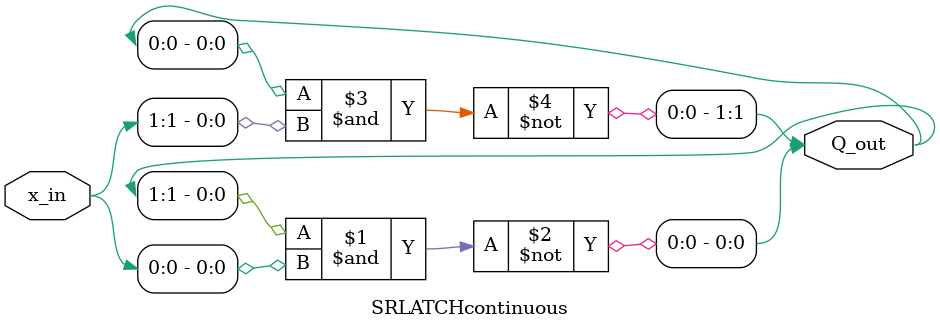
<source format=v>
`timescale 1ns / 1ps
module SRLATCHcontinuous( Q_out, x_in );

input [1:0] x_in;
output[1:0] Q_out;

assign Q_out[0] = ~(Q_out[1] & x_in[0]);
assign Q_out[1] = ~(Q_out[0] & x_in[1]);

endmodule

</source>
